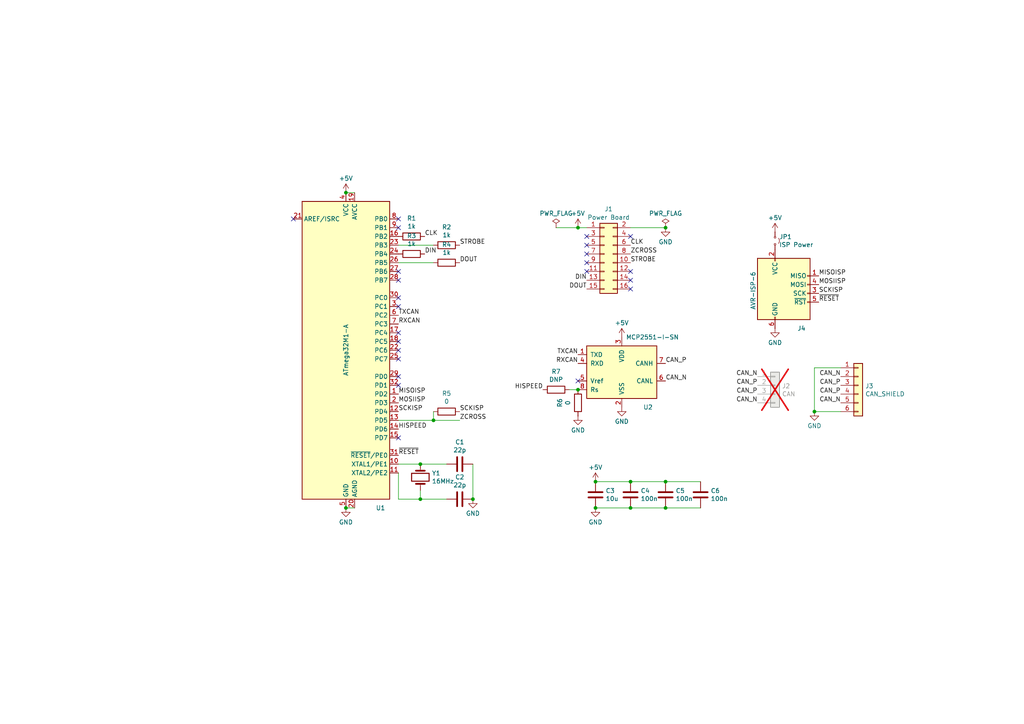
<source format=kicad_sch>
(kicad_sch (version 20231120) (generator "eeschema") (generator_version "8.0")
  (paper "A4")
  (title_block (title "Matemat Power Board CAN Interface") (date "2020-02-12") (rev "2") (company "CCC Basel"))
  (lib_symbols
    (symbol "Connector:AVR-ISP-6" (pin_names (offset 1.016))
      (property "Reference" "J" (at -6.35 11.43 0))
      (property "Value" "AVR-ISP-6" (at 0 11.43 0))
      (symbol "AVR-ISP-6_0_1"
        (rectangle (start -2.667 -6.858) (end -2.413 -7.62))
        (rectangle (start -2.667 10.16) (end -2.413 9.398))
        (rectangle (start 7.62 -2.413) (end 6.858 -2.667))
        (rectangle (start 7.62 0.127) (end 6.858 -0.127))
        (rectangle (start 7.62 2.667) (end 6.858 2.413))
        (rectangle (start 7.62 5.207) (end 6.858 4.953))
        (rectangle (start 7.62 10.16) (end -7.62 -7.62) (stroke (width 0.254)) (fill (type background)))
      )
      (symbol "AVR-ISP-6_1_1"
        (pin passive line (at 10.16 5.08 180) (length 2.54) (name "MISO") (number "1"))
        (pin passive line (at -2.54 12.7 270) (length 2.54) (name "VCC") (number "2"))
        (pin passive line (at 10.16 0 180) (length 2.54) (name "SCK") (number "3"))
        (pin passive line (at 10.16 2.54 180) (length 2.54) (name "MOSI") (number "4"))
        (pin passive line (at 10.16 -2.54 180) (length 2.54) (name "~{RST}") (number "5"))
        (pin passive line (at -2.54 -10.16 90) (length 2.54) (name "GND") (number "6"))
      )
    )
    (symbol "Connector_Generic:Conn_01x04" (pin_names (offset 1.016) hide)
      (property "Reference" "J" (at 0 5.08 0))
      (property "Value" "Conn_01x04" (at 0 -7.62 0))
      (symbol "Conn_01x04_1_1"
        (rectangle (start -1.27 -4.953) (end 0 -5.207) (stroke (width 0.1524)))
        (rectangle (start -1.27 -2.413) (end 0 -2.667) (stroke (width 0.1524)))
        (rectangle (start -1.27 0.127) (end 0 -0.127) (stroke (width 0.1524)))
        (rectangle (start -1.27 2.667) (end 0 2.413) (stroke (width 0.1524)))
        (rectangle (start -1.27 3.81) (end 1.27 -6.35) (stroke (width 0.254)) (fill (type background)))
        (pin passive line (at -5.08 2.54 0) (length 3.81) (name "Pin_1") (number "1"))
        (pin passive line (at -5.08 0 0) (length 3.81) (name "Pin_2") (number "2"))
        (pin passive line (at -5.08 -2.54 0) (length 3.81) (name "Pin_3") (number "3"))
        (pin passive line (at -5.08 -5.08 0) (length 3.81) (name "Pin_4") (number "4"))
      )
    )
    (symbol "Connector_Generic:Conn_01x06" (pin_names (offset 1.016) hide)
      (property "Reference" "J" (at 0 7.62 0))
      (property "Value" "Conn_01x06" (at 0 -10.16 0))
      (symbol "Conn_01x06_1_1"
        (rectangle (start -1.27 -7.493) (end 0 -7.747) (stroke (width 0.1524)))
        (rectangle (start -1.27 -4.953) (end 0 -5.207) (stroke (width 0.1524)))
        (rectangle (start -1.27 -2.413) (end 0 -2.667) (stroke (width 0.1524)))
        (rectangle (start -1.27 0.127) (end 0 -0.127) (stroke (width 0.1524)))
        (rectangle (start -1.27 2.667) (end 0 2.413) (stroke (width 0.1524)))
        (rectangle (start -1.27 5.207) (end 0 4.953) (stroke (width 0.1524)))
        (rectangle (start -1.27 6.35) (end 1.27 -8.89) (stroke (width 0.254)) (fill (type background)))
        (pin passive line (at -5.08 5.08 0) (length 3.81) (name "Pin_1") (number "1"))
        (pin passive line (at -5.08 2.54 0) (length 3.81) (name "Pin_2") (number "2"))
        (pin passive line (at -5.08 0 0) (length 3.81) (name "Pin_3") (number "3"))
        (pin passive line (at -5.08 -2.54 0) (length 3.81) (name "Pin_4") (number "4"))
        (pin passive line (at -5.08 -5.08 0) (length 3.81) (name "Pin_5") (number "5"))
        (pin passive line (at -5.08 -7.62 0) (length 3.81) (name "Pin_6") (number "6"))
      )
    )
    (symbol "Connector_Generic:Conn_02x08_Odd_Even" (pin_names (offset 1.016) hide)
      (property "Reference" "J" (at 1.27 10.16 0))
      (property "Value" "Conn_02x08_Odd_Even" (at 1.27 -12.7 0))
      (symbol "Conn_02x08_Odd_Even_1_1"
        (rectangle (start -1.27 -10.033) (end 0 -10.287) (stroke (width 0.1524)))
        (rectangle (start -1.27 -7.493) (end 0 -7.747) (stroke (width 0.1524)))
        (rectangle (start -1.27 -4.953) (end 0 -5.207) (stroke (width 0.1524)))
        (rectangle (start -1.27 -2.413) (end 0 -2.667) (stroke (width 0.1524)))
        (rectangle (start -1.27 0.127) (end 0 -0.127) (stroke (width 0.1524)))
        (rectangle (start -1.27 2.667) (end 0 2.413) (stroke (width 0.1524)))
        (rectangle (start -1.27 5.207) (end 0 4.953) (stroke (width 0.1524)))
        (rectangle (start -1.27 7.747) (end 0 7.493) (stroke (width 0.1524)))
        (rectangle (start -1.27 8.89) (end 3.81 -11.43) (stroke (width 0.254)) (fill (type background)))
        (rectangle (start 3.81 -10.033) (end 2.54 -10.287) (stroke (width 0.1524)))
        (rectangle (start 3.81 -7.493) (end 2.54 -7.747) (stroke (width 0.1524)))
        (rectangle (start 3.81 -4.953) (end 2.54 -5.207) (stroke (width 0.1524)))
        (rectangle (start 3.81 -2.413) (end 2.54 -2.667) (stroke (width 0.1524)))
        (rectangle (start 3.81 0.127) (end 2.54 -0.127) (stroke (width 0.1524)))
        (rectangle (start 3.81 2.667) (end 2.54 2.413) (stroke (width 0.1524)))
        (rectangle (start 3.81 5.207) (end 2.54 4.953) (stroke (width 0.1524)))
        (rectangle (start 3.81 7.747) (end 2.54 7.493) (stroke (width 0.1524)))
        (pin passive line (at -5.08 7.62 0) (length 3.81) (name "Pin_1") (number "1"))
        (pin passive line (at 7.62 -2.54 180) (length 3.81) (name "Pin_10") (number "10"))
        (pin passive line (at -5.08 -5.08 0) (length 3.81) (name "Pin_11") (number "11"))
        (pin passive line (at 7.62 -5.08 180) (length 3.81) (name "Pin_12") (number "12"))
        (pin passive line (at -5.08 -7.62 0) (length 3.81) (name "Pin_13") (number "13"))
        (pin passive line (at 7.62 -7.62 180) (length 3.81) (name "Pin_14") (number "14"))
        (pin passive line (at -5.08 -10.16 0) (length 3.81) (name "Pin_15") (number "15"))
        (pin passive line (at 7.62 -10.16 180) (length 3.81) (name "Pin_16") (number "16"))
        (pin passive line (at 7.62 7.62 180) (length 3.81) (name "Pin_2") (number "2"))
        (pin passive line (at -5.08 5.08 0) (length 3.81) (name "Pin_3") (number "3"))
        (pin passive line (at 7.62 5.08 180) (length 3.81) (name "Pin_4") (number "4"))
        (pin passive line (at -5.08 2.54 0) (length 3.81) (name "Pin_5") (number "5"))
        (pin passive line (at 7.62 2.54 180) (length 3.81) (name "Pin_6") (number "6"))
        (pin passive line (at -5.08 0 0) (length 3.81) (name "Pin_7") (number "7"))
        (pin passive line (at 7.62 0 180) (length 3.81) (name "Pin_8") (number "8"))
        (pin passive line (at -5.08 -2.54 0) (length 3.81) (name "Pin_9") (number "9"))
      )
    )
    (symbol "Device:C" (pin_numbers hide) (pin_names (offset 0.254))
      (property "Reference" "C" (at 0.635 2.54 0))
      (property "Value" "C" (at 0.635 -2.54 0))
      (symbol "C_0_1"
        (polyline (pts (xy -2.032 -0.762) (xy 2.032 -0.762)) (stroke (width 0.508)))
        (polyline (pts (xy -2.032 0.762) (xy 2.032 0.762)) (stroke (width 0.508)))
      )
      (symbol "C_1_1"
        (pin passive line (at 0 3.81 270) (length 2.794) (name "~") (number "1"))
        (pin passive line (at 0 -3.81 90) (length 2.794) (name "~") (number "2"))
      )
    )
    (symbol "Device:Crystal" (pin_numbers hide) (pin_names (offset 1.016) hide)
      (property "Reference" "Y" (at 0 3.81 0))
      (property "Value" "Crystal" (at 0 -3.81 0))
      (symbol "Crystal_0_1"
        (rectangle (start -1.143 2.54) (end 1.143 -2.54) (stroke (width 0.3048)))
        (polyline (pts (xy -2.54 0) (xy -1.905 0)))
        (polyline (pts (xy -1.905 -1.27) (xy -1.905 1.27)) (stroke (width 0.508)))
        (polyline (pts (xy 1.905 -1.27) (xy 1.905 1.27)) (stroke (width 0.508)))
        (polyline (pts (xy 2.54 0) (xy 1.905 0)))
      )
      (symbol "Crystal_1_1"
        (pin passive line (at -3.81 0 0) (length 1.27) (name "1") (number "1"))
        (pin passive line (at 3.81 0 180) (length 1.27) (name "2") (number "2"))
      )
    )
    (symbol "Device:R" (pin_numbers hide) (pin_names (offset 0))
      (property "Reference" "R" (at 2.032 0 90))
      (property "Value" "R" (at 0 0 90))
      (symbol "R_0_1"
        (rectangle (start -1.016 -2.54) (end 1.016 2.54) (stroke (width 0.254)))
      )
      (symbol "R_1_1"
        (pin passive line (at 0 3.81 270) (length 1.27) (name "~") (number "1"))
        (pin passive line (at 0 -3.81 90) (length 1.27) (name "~") (number "2"))
      )
    )
    (symbol "Interface_CAN_LIN:MCP2551-I-SN" (pin_names (offset 1.016))
      (property "Reference" "U" (at -10.16 8.89 0))
      (property "Value" "MCP2551-I-SN" (at 2.54 8.89 0))
      (symbol "MCP2551-I-SN_0_1"
        (rectangle (start -10.16 7.62) (end 10.16 -7.62) (stroke (width 0.254)) (fill (type background)))
      )
      (symbol "MCP2551-I-SN_1_1"
        (pin input line (at -12.7 5.08 0) (length 2.54) (name "TXD") (number "1"))
        (pin power_in line (at 0 -10.16 90) (length 2.54) (name "VSS") (number "2"))
        (pin power_in line (at 0 10.16 270) (length 2.54) (name "VDD") (number "3"))
        (pin output line (at -12.7 2.54 0) (length 2.54) (name "RXD") (number "4"))
        (pin power_out line (at -12.7 -2.54 0) (length 2.54) (name "Vref") (number "5"))
        (pin bidirectional line (at 12.7 -2.54 180) (length 2.54) (name "CANL") (number "6"))
        (pin bidirectional line (at 12.7 2.54 180) (length 2.54) (name "CANH") (number "7"))
        (pin input line (at -12.7 -5.08 0) (length 2.54) (name "Rs") (number "8"))
      )
    )
    (symbol "Jumper:Jumper_2_Small_Open" (pin_numbers hide) (pin_names (offset 0) hide) (exclude_from_sim yes)
      (property "Reference" "JP" (at 0 2.794 0))
      (property "Value" "Jumper_2_Small_Open" (at 0 -2.286 0))
      (symbol "Jumper_2_Small_Open_0_0"
        (circle (center -1.016 0) (radius 0.254))
        (circle (center 1.016 0) (radius 0.254))
      )
      (symbol "Jumper_2_Small_Open_0_1"
        (arc (start 0.762 1.0196) (mid 0 1.2729) (end -0.762 1.0196))
      )
      (symbol "Jumper_2_Small_Open_1_1"
        (pin passive line (at -2.54 0 0) (length 1.27) (name "A") (number "1"))
        (pin passive line (at 2.54 0 180) (length 1.27) (name "B") (number "2"))
      )
    )
    (symbol "MCU_Microchip_ATmega:ATmega32M1-A"
      (property "Reference" "U" (at -12.7 44.45 0))
      (property "Value" "ATmega32M1-A" (at 5.08 -44.45 0))
      (symbol "ATmega32M1-A_0_1"
        (rectangle (start -12.7 -43.18) (end 12.7 43.18) (stroke (width 0.254)) (fill (type background)))
      )
      (symbol "ATmega32M1-A_1_1"
        (pin bidirectional line (at 15.24 -12.7 180) (length 2.54) (name "PD2") (number "1"))
        (pin bidirectional line (at 15.24 -33.02 180) (length 2.54) (name "XTAL1/PE1") (number "10"))
        (pin bidirectional line (at 15.24 -35.56 180) (length 2.54) (name "XTAL2/PE2") (number "11"))
        (pin bidirectional line (at 15.24 -17.78 180) (length 2.54) (name "PD4") (number "12"))
        (pin bidirectional line (at 15.24 -20.32 180) (length 2.54) (name "PD5") (number "13"))
        (pin bidirectional line (at 15.24 -22.86 180) (length 2.54) (name "PD6") (number "14"))
        (pin bidirectional line (at 15.24 -25.4 180) (length 2.54) (name "PD7") (number "15"))
        (pin bidirectional line (at 15.24 33.02 180) (length 2.54) (name "PB2") (number "16"))
        (pin bidirectional line (at 15.24 5.08 180) (length 2.54) (name "PC4") (number "17"))
        (pin bidirectional line (at 15.24 2.54 180) (length 2.54) (name "PC5") (number "18"))
        (pin power_in line (at 2.54 45.72 270) (length 2.54) (name "AVCC") (number "19"))
        (pin bidirectional line (at 15.24 -15.24 180) (length 2.54) (name "PD3") (number "2"))
        (pin power_in line (at 2.54 -45.72 90) (length 2.54) (name "AGND") (number "20"))
        (pin passive line (at -15.24 38.1 0) (length 2.54) (name "AREF/ISRC") (number "21"))
        (pin bidirectional line (at 15.24 0 180) (length 2.54) (name "PC6") (number "22"))
        (pin bidirectional line (at 15.24 30.48 180) (length 2.54) (name "PB3") (number "23"))
        (pin bidirectional line (at 15.24 27.94 180) (length 2.54) (name "PB4") (number "24"))
        (pin bidirectional line (at 15.24 -2.54 180) (length 2.54) (name "PC7") (number "25"))
        (pin bidirectional line (at 15.24 25.4 180) (length 2.54) (name "PB5") (number "26"))
        (pin bidirectional line (at 15.24 22.86 180) (length 2.54) (name "PB6") (number "27"))
        (pin bidirectional line (at 15.24 20.32 180) (length 2.54) (name "PB7") (number "28"))
        (pin bidirectional line (at 15.24 -7.62 180) (length 2.54) (name "PD0") (number "29"))
        (pin bidirectional line (at 15.24 12.7 180) (length 2.54) (name "PC1") (number "3"))
        (pin bidirectional line (at 15.24 15.24 180) (length 2.54) (name "PC0") (number "30"))
        (pin bidirectional line (at 15.24 -30.48 180) (length 2.54) (name "~{RESET}/PE0") (number "31"))
        (pin bidirectional line (at 15.24 -10.16 180) (length 2.54) (name "PD1") (number "32"))
        (pin power_in line (at 0 45.72 270) (length 2.54) (name "VCC") (number "4"))
        (pin power_in line (at 0 -45.72 90) (length 2.54) (name "GND") (number "5"))
        (pin bidirectional line (at 15.24 10.16 180) (length 2.54) (name "PC2") (number "6"))
        (pin bidirectional line (at 15.24 7.62 180) (length 2.54) (name "PC3") (number "7"))
        (pin bidirectional line (at 15.24 38.1 180) (length 2.54) (name "PB0") (number "8"))
        (pin bidirectional line (at 15.24 35.56 180) (length 2.54) (name "PB1") (number "9"))
      )
    )
    (symbol "power:+5V" (power) (pin_numbers hide) (pin_names (offset 0) hide)
      (property "Value" "+5V" (at 0 3.556 0))
      (symbol "+5V_0_1"
        (polyline (pts (xy -0.762 1.27) (xy 0 2.54)))
        (polyline (pts (xy 0 0) (xy 0 2.54)))
        (polyline (pts (xy 0 2.54) (xy 0.762 1.27)))
      )
      (symbol "+5V_1_1"
        (pin power_in line (at 0 0 90) (length 0) (name "~") (number "1"))
      )
    )
    (symbol "power:GND" (power) (pin_numbers hide) (pin_names (offset 0) hide)
      (property "Value" "GND" (at 0 -3.81 0))
      (symbol "GND_0_1"
        (polyline (pts (xy 0 0) (xy 0 -1.27) (xy 1.27 -1.27) (xy 0 -2.54) (xy -1.27 -1.27) (xy 0 -1.27)))
      )
      (symbol "GND_1_1"
        (pin power_in line (at 0 0 270) (length 0) (name "~") (number "1"))
      )
    )
    (symbol "power:PWR_FLAG" (power) (pin_numbers hide) (pin_names (offset 0) hide)
      (property "Value" "PWR_FLAG" (at 0 3.81 0))
      (symbol "PWR_FLAG_0_0"
        (pin power_out line (at 0 0 90) (length 0) (name "~") (number "1"))
      )
      (symbol "PWR_FLAG_0_1"
        (polyline (pts (xy 0 0) (xy 0 1.27) (xy -1.016 1.905) (xy 0 2.54) (xy 1.016 1.905) (xy 0 1.27)))
      )
    )
  )
  (junction (at 193.04 139.7))
  (junction (at 193.04 147.32))
  (junction (at 100.33 147.32))
  (junction (at 172.72 139.7))
  (junction (at 121.92 134.62))
  (junction (at 121.92 144.78))
  (junction (at 182.88 147.32))
  (junction (at 137.16 144.78))
  (junction (at 236.22 119.38))
  (junction (at 167.64 113.03))
  (junction (at 172.72 147.32))
  (junction (at 182.88 139.7))
  (junction (at 125.73 121.92))
  (junction (at 100.33 55.88))
  (junction (at 167.64 66.04))
  (junction (at 193.04 66.04))
  (no_connect (at 167.64 110.49))
  (no_connect (at 115.57 81.28))
  (no_connect (at 115.57 88.9))
  (no_connect (at 170.18 71.12))
  (no_connect (at 170.18 76.2))
  (no_connect (at 182.88 83.82))
  (no_connect (at 115.57 101.6))
  (no_connect (at 170.18 68.58))
  (no_connect (at 115.57 63.5))
  (no_connect (at 115.57 104.14))
  (no_connect (at 115.57 109.22))
  (no_connect (at 182.88 78.74))
  (no_connect (at 115.57 99.06))
  (no_connect (at 85.09 63.5))
  (no_connect (at 115.57 66.04))
  (no_connect (at 115.57 96.52))
  (no_connect (at 182.88 68.58))
  (no_connect (at 115.57 127))
  (no_connect (at 170.18 78.74))
  (no_connect (at 115.57 111.76))
  (no_connect (at 170.18 73.66))
  (no_connect (at 115.57 78.74))
  (no_connect (at 182.88 81.28))
  (no_connect (at 115.57 86.36))
  (wire (pts (xy 193.04 139.7) (xy 203.2 139.7)))
  (wire (pts (xy 243.84 106.68) (xy 236.22 106.68)))
  (wire (pts (xy 115.57 134.62) (xy 121.92 134.62)))
  (wire (pts (xy 193.04 147.32) (xy 182.88 147.32)))
  (wire (pts (xy 115.57 144.78) (xy 121.92 144.78)))
  (wire (pts (xy 115.57 121.92) (xy 125.73 121.92)))
  (wire (pts (xy 236.22 119.38) (xy 243.84 119.38)))
  (wire (pts (xy 121.92 134.62) (xy 129.54 134.62)))
  (wire (pts (xy 167.64 66.04) (xy 170.18 66.04)))
  (wire (pts (xy 161.29 66.04) (xy 167.64 66.04)))
  (wire (pts (xy 137.16 134.62) (xy 137.16 144.78)))
  (wire (pts (xy 121.92 144.78) (xy 129.54 144.78)))
  (wire (pts (xy 193.04 66.04) (xy 182.88 66.04)))
  (wire (pts (xy 121.92 142.24) (xy 121.92 144.78)))
  (wire (pts (xy 182.88 147.32) (xy 172.72 147.32)))
  (wire (pts (xy 193.04 139.7) (xy 182.88 139.7)))
  (wire (pts (xy 115.57 137.16) (xy 115.57 144.78)))
  (wire (pts (xy 236.22 106.68) (xy 236.22 119.38)))
  (wire (pts (xy 125.73 121.92) (xy 125.73 119.38)))
  (wire (pts (xy 203.2 147.32) (xy 193.04 147.32)))
  (wire (pts (xy 125.73 76.2) (xy 115.57 76.2)))
  (wire (pts (xy 125.73 121.92) (xy 133.35 121.92)))
  (wire (pts (xy 182.88 139.7) (xy 172.72 139.7)))
  (wire (pts (xy 125.73 71.12) (xy 115.57 71.12)))
  (wire (pts (xy 100.33 147.32) (xy 102.87 147.32)))
  (wire (pts (xy 165.1 113.03) (xy 167.64 113.03)))
  (wire (pts (xy 102.87 55.88) (xy 100.33 55.88)))
  (label "SCKISP" (at 133.35 119.38 0))
  (label "CAN_N" (at 243.84 116.84 180))
  (label "~{RESET}" (at 237.49 87.63 0))
  (label "MOSIISP" (at 237.49 82.55 0))
  (label "CAN_N" (at 243.84 109.22 180))
  (label "DIN" (at 170.18 81.28 180))
  (label "ZCROSS" (at 182.88 73.66 0))
  (label "CLK" (at 123.19 68.58 0))
  (label "RXCAN" (at 167.64 105.41 180))
  (label "TXCAN" (at 167.64 102.87 180))
  (label "TXCAN" (at 115.57 91.44 0))
  (label "SCKISP" (at 237.49 85.09 0))
  (label "CAN_N" (at 193.04 110.49 0))
  (label "SCKISP" (at 115.57 119.38 0))
  (label "DOUT" (at 170.18 83.82 180))
  (label "CAN_P" (at 219.71 111.76 180))
  (label "CAN_P" (at 243.84 114.3 180))
  (label "HISPEED" (at 157.48 113.03 180))
  (label "CAN_N" (at 219.71 109.22 180))
  (label "STROBE" (at 182.88 76.2 0))
  (label "~{RESET}" (at 115.57 132.08 0))
  (label "RXCAN" (at 115.57 93.98 0))
  (label "HISPEED" (at 115.57 124.46 0))
  (label "STROBE" (at 133.35 71.12 0))
  (label "CLK" (at 182.88 71.12 0))
  (label "DIN" (at 123.19 73.66 0))
  (label "MISOISP" (at 237.49 80.01 0))
  (label "CAN_P" (at 243.84 111.76 180))
  (label "MISOISP" (at 115.57 114.3 0))
  (label "CAN_P" (at 193.04 105.41 0))
  (label "ZCROSS" (at 133.35 121.92 0))
  (label "DOUT" (at 133.35 76.2 0))
  (label "CAN_P" (at 219.71 114.3 180))
  (label "MOSIISP" (at 115.57 116.84 0))
  (label "CAN_N" (at 219.71 116.84 180))
  (symbol (lib_id "Device:C") (at 193.04 143.51 0) (unit 1)
    (property "Reference" "C5" (at 195.961 142.3416 0) (effects (justify left)))
    (property "Value" "100n" (at 195.961 144.653 0) (effects (justify left)))
    (property "Footprint" "Capacitor_SMD:C_0805_2012Metric_Pad1.18x1.45mm_HandSolder" (effects (hide yes)))
    (property "Description" "Unpolarized capacitor" (effects (hide yes)))
  )
  (symbol (lib_id "MCU_Microchip_ATmega:ATmega32M1-A") (at 100.33 101.6 0) (unit 1)
    (property "Reference" "U1" (at 111.76 147.32 0) (effects (justify right)))
    (property "Value" "ATmega32M1-A" (at 100.33 93.98 90) (effects (justify right)))
    (property "Footprint" "Package_QFP:TQFP-32_7x7mm_P0.8mm" (effects (hide yes)))
    (property "Datasheet" "http://ww1.microchip.com/downloads/en/DeviceDoc/Atmel-8209-8-bit%20AVR%20ATmega16M1-32M1-64M1_Datasheet.pdf" (effects (hide yes)))
    (property "Description" "16MHz, 32kB Flash, 2kB SRAM, 1kB EEPROM, CAN, TQFP-32" (effects (hide yes)))
  )
  (symbol (lib_id "Connector_Generic:Conn_01x04") (at 224.79 111.76 0) (unit 1) (exclude_from_sim yes) (on_board no) (dnp yes)
    (property "Reference" "J2" (at 226.7966 111.9632 0) (effects (justify left)))
    (property "Value" "CAN" (at 226.7966 114.2746 0) (effects (justify left)))
    (property "Footprint" "TerminalBlock_TE-Connectivity:TerminalBlock_TE_282834-4_1x04_P2.54mm_Horizontal" (effects (hide yes)))
    (property "Description" "Generic connector, single row, 01x04, script generated (kicad-library-utils/schlib/autogen/connector/)" (effects (hide yes)))
  )
  (symbol (lib_id "Device:Crystal") (at 121.92 138.43 270) (unit 1)
    (property "Reference" "Y1" (at 125.2474 137.2616 90) (effects (justify left)))
    (property "Value" "16MHz" (at 125.2474 139.573 90) (effects (justify left)))
    (property "Footprint" "Crystal:Crystal_SMD_HC49-SD" (effects (hide yes)))
    (property "Description" "Two pin crystal" (effects (hide yes)))
  )
  (symbol (lib_id "Device:C") (at 133.35 134.62 270) (unit 1)
    (property "Reference" "C1" (at 133.35 128.2192 90))
    (property "Value" "22p" (at 133.35 130.5306 90))
    (property "Footprint" "Capacitor_SMD:C_0805_2012Metric_Pad1.18x1.45mm_HandSolder" (effects (hide yes)))
    (property "Description" "Unpolarized capacitor" (effects (hide yes)))
  )
  (symbol (lib_id "Device:C") (at 133.35 144.78 270) (unit 1)
    (property "Reference" "C2" (at 133.35 138.3792 90))
    (property "Value" "22p" (at 133.35 140.6906 90))
    (property "Footprint" "Capacitor_SMD:C_0805_2012Metric_Pad1.18x1.45mm_HandSolder" (effects (hide yes)))
    (property "Description" "Unpolarized capacitor" (effects (hide yes)))
  )
  (symbol (lib_id "Interface_CAN_LIN:MCP2551-I-SN") (at 180.34 107.95 0) (unit 1)
    (property "Reference" "U2" (at 187.96 118.11 0))
    (property "Value" "MCP2551-I-SN" (at 189.23 97.79 0))
    (property "Footprint" "Package_SO:SOIC-8_3.9x4.9mm_P1.27mm" (effects (hide yes)))
    (property "Datasheet" "http://ww1.microchip.com/downloads/en/devicedoc/21667d.pdf" (effects (hide yes)))
    (property "Description" "High-Speed CAN Transceiver, 1Mbps, 5V supply, SOIC-8" (effects (hide yes)))
  )
  (symbol (lib_id "Device:R") (at 167.64 116.84 180) (unit 1)
    (property "Reference" "R6" (at 162.3822 116.84 90))
    (property "Value" "0" (at 164.6936 116.84 90))
    (property "Footprint" "Resistor_SMD:R_0805_2012Metric_Pad1.20x1.40mm_HandSolder" (effects (hide yes)))
    (property "Description" "Resistor" (effects (hide yes)))
  )
  (symbol (lib_id "Device:C") (at 182.88 143.51 0) (unit 1)
    (property "Reference" "C4" (at 185.801 142.3416 0) (effects (justify left)))
    (property "Value" "100n" (at 185.801 144.653 0) (effects (justify left)))
    (property "Footprint" "Capacitor_SMD:C_0805_2012Metric_Pad1.18x1.45mm_HandSolder" (effects (hide yes)))
    (property "Description" "Unpolarized capacitor" (effects (hide yes)))
  )
  (symbol (lib_id "Connector:AVR-ISP-6") (at 227.33 85.09 0) (unit 1)
    (property "Reference" "J4" (at 233.68 95.25 0) (effects (justify right)))
    (property "Value" "AVR-ISP-6" (at 218.44 78.74 90) (effects (justify right)))
    (property "Footprint" "Connector_PinHeader_2.54mm:PinHeader_2x03_P2.54mm_Vertical" (effects (hide yes)))
    (property "Description" "Atmel 6-pin ISP connector" (effects (hide yes)))
  )
  (symbol (lib_id "Jumper:Jumper_2_Small_Open") (at 224.79 69.85 270) (unit 1) (exclude_from_sim yes)
    (property "Reference" "JP1" (at 226.0092 68.6816 90) (effects (justify left)))
    (property "Value" "ISP Power" (at 226.0092 70.993 90) (effects (justify left)))
    (property "Footprint" "Connector_PinHeader_2.54mm:PinHeader_1x02_P2.54mm_Vertical" (effects (hide yes)))
    (property "Description" "Jumper, 2-pole, small symbol, open" (effects (hide yes)))
  )
  (symbol (lib_id "Device:R") (at 129.54 119.38 90) (unit 1)
    (property "Reference" "R5" (at 129.54 114.1222 90))
    (property "Value" "0" (at 129.54 116.4336 90))
    (property "Footprint" "Resistor_SMD:R_0805_2012Metric_Pad1.20x1.40mm_HandSolder" (effects (hide yes)))
    (property "Description" "Resistor" (effects (hide yes)))
  )
  (symbol (lib_id "Device:R") (at 119.38 68.58 90) (unit 1)
    (property "Reference" "R1" (at 119.38 63.3222 90))
    (property "Value" "1k" (at 119.38 65.6336 90))
    (property "Footprint" "Resistor_SMD:R_0805_2012Metric_Pad1.20x1.40mm_HandSolder" (effects (hide yes)))
    (property "Description" "Resistor" (effects (hide yes)))
  )
  (symbol (lib_id "Device:R") (at 129.54 71.12 90) (unit 1)
    (property "Reference" "R2" (at 129.54 65.8622 90))
    (property "Value" "1k" (at 129.54 68.1736 90))
    (property "Footprint" "Resistor_SMD:R_0805_2012Metric_Pad1.20x1.40mm_HandSolder" (effects (hide yes)))
    (property "Description" "Resistor" (effects (hide yes)))
  )
  (symbol (lib_id "Device:R") (at 119.38 73.66 90) (unit 1)
    (property "Reference" "R3" (at 119.38 68.4022 90))
    (property "Value" "1k" (at 119.38 70.7136 90))
    (property "Footprint" "Resistor_SMD:R_0805_2012Metric_Pad1.20x1.40mm_HandSolder" (effects (hide yes)))
    (property "Description" "Resistor" (effects (hide yes)))
  )
  (symbol (lib_id "Device:R") (at 129.54 76.2 90) (unit 1)
    (property "Reference" "R4" (at 129.54 70.9422 90))
    (property "Value" "1k" (at 129.54 73.2536 90))
    (property "Footprint" "Resistor_SMD:R_0805_2012Metric_Pad1.20x1.40mm_HandSolder" (effects (hide yes)))
    (property "Description" "Resistor" (effects (hide yes)))
  )
  (symbol (lib_id "Device:C") (at 203.2 143.51 0) (unit 1)
    (property "Reference" "C6" (at 206.121 142.3416 0) (effects (justify left)))
    (property "Value" "100n" (at 206.121 144.653 0) (effects (justify left)))
    (property "Footprint" "Capacitor_SMD:C_0805_2012Metric_Pad1.18x1.45mm_HandSolder" (effects (hide yes)))
    (property "Description" "Unpolarized capacitor" (effects (hide yes)))
  )
  (symbol (lib_id "Device:R") (at 161.29 113.03 90) (unit 1)
    (property "Reference" "R7" (at 161.29 107.7722 90))
    (property "Value" "DNP" (at 161.29 110.0836 90))
    (property "Footprint" "Resistor_SMD:R_0805_2012Metric_Pad1.20x1.40mm_HandSolder" (effects (hide yes)))
    (property "Description" "Resistor" (effects (hide yes)))
  )
  (symbol (lib_id "Device:C") (at 172.72 143.51 0) (unit 1)
    (property "Reference" "C3" (at 175.641 142.3416 0) (effects (justify left)))
    (property "Value" "10u" (at 175.641 144.653 0) (effects (justify left)))
    (property "Footprint" "Capacitor_SMD:C_0805_2012Metric_Pad1.18x1.45mm_HandSolder" (effects (hide yes)))
    (property "Description" "Unpolarized capacitor" (effects (hide yes)))
  )
  (symbol (lib_id "Connector_Generic:Conn_01x06") (at 248.92 111.76 0) (unit 1)
    (property "Reference" "J3" (at 250.952 111.9632 0) (effects (justify left)))
    (property "Value" "CAN_SHIELD" (at 250.952 114.2746 0) (effects (justify left)))
    (property "Footprint" "TerminalBlock_TE-Connectivity:TerminalBlock_TE_282834-6_1x06_P2.54mm_Horizontal" (effects (hide yes)))
    (property "Description" "Generic connector, single row, 01x06, script generated (kicad-library-utils/schlib/autogen/connector/)" (effects (hide yes)))
  )
  (symbol (lib_id "power:+5V") (at 180.34 97.79 0) (unit 1)
    (property "Reference" "#PWR06" (effects (hide yes)))
    (property "Value" "+5V" (at 180.34 93.6569 0))
    (property "Description" "Power symbol creates a global label with name \"+5V\"" (effects (hide yes)))
  )
  (symbol (lib_id "power:PWR_FLAG") (at 193.04 66.04 0) (unit 1)
    (property "Reference" "#FLG02" (effects (hide yes)))
    (property "Value" "PWR_FLAG" (at 193.04 61.9069 0))
    (property "Description" "Special symbol for telling ERC where power comes from" (effects (hide yes)))
  )
  (symbol (lib_id "power:GND") (at 100.33 147.32 0) (unit 1)
    (property "Reference" "#PWR03" (effects (hide yes)))
    (property "Value" "GND" (at 100.33 151.4531 0))
    (property "Description" "Power symbol creates a global label with name \"GND\" , ground" (effects (hide yes)))
  )
  (symbol (lib_id "power:+5V") (at 100.33 55.88 0) (unit 1)
    (property "Reference" "#PWR011" (effects (hide yes)))
    (property "Value" "+5V" (at 100.33 51.7469 0))
    (property "Description" "Power symbol creates a global label with name \"+5V\"" (effects (hide yes)))
  )
  (symbol (lib_id "power:+5V") (at 172.72 139.7 0) (unit 1)
    (property "Reference" "#PWR013" (effects (hide yes)))
    (property "Value" "+5V" (at 172.72 135.5669 0))
    (property "Description" "Power symbol creates a global label with name \"+5V\"" (effects (hide yes)))
  )
  (symbol (lib_id "power:+5V") (at 224.79 67.31 0) (unit 1)
    (property "Reference" "#PWR01" (effects (hide yes)))
    (property "Value" "+5V" (at 224.79 63.1769 0))
    (property "Description" "Power symbol creates a global label with name \"+5V\"" (effects (hide yes)))
  )
  (symbol (lib_id "power:GND") (at 224.79 95.25 0) (unit 1)
    (property "Reference" "#PWR09" (effects (hide yes)))
    (property "Value" "GND" (at 224.79 99.3831 0))
    (property "Description" "Power symbol creates a global label with name \"GND\" , ground" (effects (hide yes)))
  )
  (symbol (lib_id "power:PWR_FLAG") (at 161.29 66.04 0) (unit 1)
    (property "Reference" "#FLG01" (effects (hide yes)))
    (property "Value" "PWR_FLAG" (at 161.29 61.9069 0))
    (property "Description" "Special symbol for telling ERC where power comes from" (effects (hide yes)))
  )
  (symbol (lib_id "power:GND") (at 172.72 147.32 0) (unit 1)
    (property "Reference" "#PWR014" (effects (hide yes)))
    (property "Value" "GND" (at 172.72 151.4531 0))
    (property "Description" "Power symbol creates a global label with name \"GND\" , ground" (effects (hide yes)))
  )
  (symbol (lib_id "power:+5V") (at 167.64 66.04 0) (unit 1)
    (property "Reference" "#PWR05" (effects (hide yes)))
    (property "Value" "+5V" (at 167.64 61.9069 0))
    (property "Description" "Power symbol creates a global label with name \"+5V\"" (effects (hide yes)))
  )
  (symbol (lib_id "power:GND") (at 180.34 118.11 0) (unit 1)
    (property "Reference" "#PWR07" (effects (hide yes)))
    (property "Value" "GND" (at 180.34 122.2431 0))
    (property "Description" "Power symbol creates a global label with name \"GND\" , ground" (effects (hide yes)))
  )
  (symbol (lib_id "power:GND") (at 193.04 66.04 0) (unit 1)
    (property "Reference" "#PWR010" (effects (hide yes)))
    (property "Value" "GND" (at 193.04 70.1731 0))
    (property "Description" "Power symbol creates a global label with name \"GND\" , ground" (effects (hide yes)))
  )
  (symbol (lib_id "power:GND") (at 137.16 144.78 0) (unit 1)
    (property "Reference" "#PWR02" (effects (hide yes)))
    (property "Value" "GND" (at 137.16 148.9131 0))
    (property "Description" "Power symbol creates a global label with name \"GND\" , ground" (effects (hide yes)))
  )
  (symbol (lib_id "power:GND") (at 167.64 120.65 0) (unit 1)
    (property "Reference" "#PWR04" (effects (hide yes)))
    (property "Value" "GND" (at 167.64 124.7831 0))
    (property "Description" "Power symbol creates a global label with name \"GND\" , ground" (effects (hide yes)))
  )
  (symbol (lib_id "Connector_Generic:Conn_02x08_Odd_Even") (at 175.26 73.66 0) (unit 1)
    (property "Reference" "J1" (at 176.53 60.6255 0))
    (property "Value" "Power Board" (at 176.53 63.0498 0))
    (property "Footprint" "Connector_PinSocket_2.54mm:PinSocket_2x08_P2.54mm_Vertical" (effects (hide yes)))
    (property "Description" "Generic connector, double row, 02x08, odd/even pin numbering scheme (row 1 odd numbers, row 2 even numbers), script generated (kicad-library-utils/schlib/autogen/connector/)" (effects (hide yes)))
  )
  (symbol (lib_id "power:GND") (at 236.22 119.38 0) (unit 1)
    (property "Reference" "#PWR08" (effects (hide yes)))
    (property "Value" "GND" (at 236.22 123.5131 0))
    (property "Description" "Power symbol creates a global label with name \"GND\" , ground" (effects (hide yes)))
  )
)
</source>
